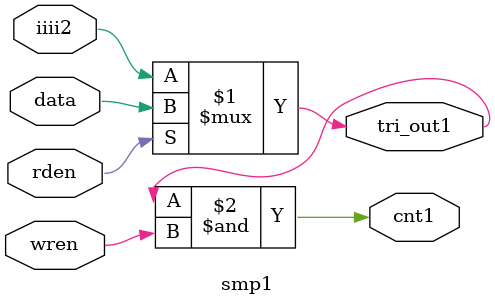
<source format=v>
module smp1(rden, wren, data, tri_out1, cnt1, iiii2);
 input rden, wren, data, iiii2;
 output tri_out1;
 output cnt1;
  assign tri_out1 = ( rden ) ? data : iiii2;
  assign cnt1 = tri_out1 & wren; //warning here
endmodule


</source>
